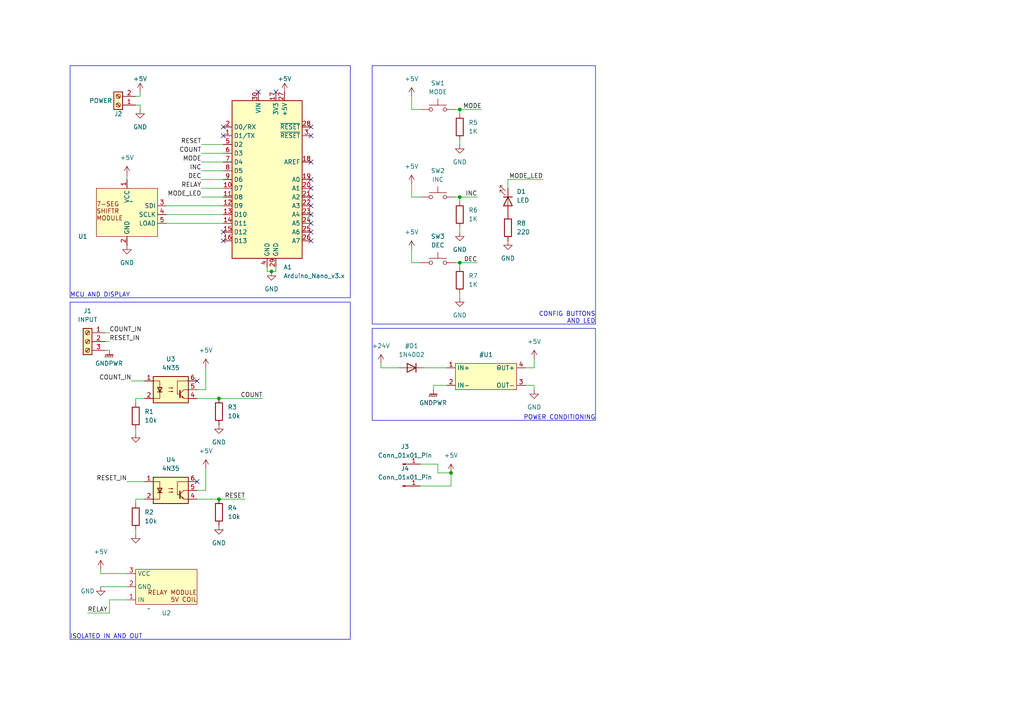
<source format=kicad_sch>
(kicad_sch (version 20230121) (generator eeschema)
  (paper "A4")
  (lib_symbols
    (symbol "Connector:Conn_01x01_Pin" (pin_names (offset 1.016) hide)
      (property "Reference" "J" (at 0 2.54 0))
      (property "Value" "Conn_01x01_Pin" (at 0 -2.54 0))
      (symbol "Conn_01x01_Pin_1_1"
        (polyline (pts (xy 1.27 0) (xy 0.8636 0)) (stroke (width 0.1524)))
        (rectangle (start 0.8636 0.127) (end 0 -0.127) (stroke (width 0.1524)) (fill (type outline)))
        (pin passive line (at 5.08 0 180) (length 3.81) (name "Pin_1") (number "1"))
      )
    )
    (symbol "Connector:Screw_Terminal_01x02" (pin_names (offset 1.016) hide)
      (property "Reference" "J" (at 0 2.54 0))
      (property "Value" "Screw_Terminal_01x02" (at 0 -5.08 0))
      (symbol "Screw_Terminal_01x02_1_1"
        (rectangle (start -1.27 1.27) (end 1.27 -3.81) (stroke (width 0.254)) (fill (type background)))
        (circle (center 0 -2.54) (radius 0.635) (stroke (width 0.1524)))
        (polyline (pts (xy -0.5334 -2.2098) (xy 0.3302 -3.048)) (stroke (width 0.1524)))
        (polyline (pts (xy -0.5334 0.3302) (xy 0.3302 -0.508)) (stroke (width 0.1524)))
        (polyline (pts (xy -0.3556 -2.032) (xy 0.508 -2.8702)) (stroke (width 0.1524)))
        (polyline (pts (xy -0.3556 0.508) (xy 0.508 -0.3302)) (stroke (width 0.1524)))
        (circle (center 0 0) (radius 0.635) (stroke (width 0.1524)))
        (pin passive line (at -5.08 0 0) (length 3.81) (name "Pin_1") (number "1"))
        (pin passive line (at -5.08 -2.54 0) (length 3.81) (name "Pin_2") (number "2"))
      )
    )
    (symbol "Connector:Screw_Terminal_01x03" (pin_names (offset 1.016) hide)
      (property "Reference" "J" (at 0 5.08 0))
      (property "Value" "Screw_Terminal_01x03" (at 0 -5.08 0))
      (symbol "Screw_Terminal_01x03_1_1"
        (rectangle (start -1.27 3.81) (end 1.27 -3.81) (stroke (width 0.254)) (fill (type background)))
        (circle (center 0 -2.54) (radius 0.635) (stroke (width 0.1524)))
        (polyline (pts (xy -0.5334 -2.2098) (xy 0.3302 -3.048)) (stroke (width 0.1524)))
        (polyline (pts (xy -0.5334 0.3302) (xy 0.3302 -0.508)) (stroke (width 0.1524)))
        (polyline (pts (xy -0.5334 2.8702) (xy 0.3302 2.032)) (stroke (width 0.1524)))
        (polyline (pts (xy -0.3556 -2.032) (xy 0.508 -2.8702)) (stroke (width 0.1524)))
        (polyline (pts (xy -0.3556 0.508) (xy 0.508 -0.3302)) (stroke (width 0.1524)))
        (polyline (pts (xy -0.3556 3.048) (xy 0.508 2.2098)) (stroke (width 0.1524)))
        (circle (center 0 0) (radius 0.635) (stroke (width 0.1524)))
        (circle (center 0 2.54) (radius 0.635) (stroke (width 0.1524)))
        (pin passive line (at -5.08 2.54 0) (length 3.81) (name "Pin_1") (number "1"))
        (pin passive line (at -5.08 0 0) (length 3.81) (name "Pin_2") (number "2"))
        (pin passive line (at -5.08 -2.54 0) (length 3.81) (name "Pin_3") (number "3"))
      )
    )
    (symbol "Custom:7SEG_MODULE"
      (property "Reference" "U" (at 3.81 5.08 0))
      (symbol "7SEG_MODULE_1_1"
        (rectangle (start -8.89 3.81) (end 8.89 -10.16) (fill (type background)))
        (text "7-SEG\nSHIFTR\nMODULE" (at 8.89 0 0) (effects (font (size 1.27 1.27)) (justify right top)))
        (pin power_in line (at 0 6.35 270) (length 2.54) (name "VCC") (number "1"))
        (pin power_in line (at 0 -12.7 90) (length 2.54) (name "GND") (number "2"))
        (pin input line (at -11.43 -1.27 0) (length 2.54) (name "SDI") (number "3"))
        (pin input line (at -11.43 -3.81 0) (length 2.54) (name "SCLK") (number "4"))
        (pin input line (at -11.43 -6.35 0) (length 2.54) (name "LOAD") (number "5"))
      )
    )
    (symbol "Custom:LM2596_MODULE"
      (property "Reference" "U" (at 0 2.54 0))
      (symbol "LM2596_MODULE_1_1"
        (rectangle (start -8.89 1.27) (end 8.89 -6.35) (fill (type background)))
        (pin power_in line (at -11.43 0 0) (length 2.54) (name "IN+") (number "1"))
        (pin power_in line (at -11.43 -5.08 0) (length 2.54) (name "IN-") (number "2"))
        (pin power_out line (at 11.43 -5.08 180) (length 2.54) (name "OUT-") (number "3"))
        (pin power_out line (at 11.43 0 180) (length 2.54) (name "OUT+") (number "4"))
      )
    )
    (symbol "Custom:RELAY_MODULE"
      (property "Reference" "U" (at 0 0 0))
      (symbol "RELAY_MODULE_1_1"
        (rectangle (start -3.81 -1.27) (end 13.97 -11.43) (fill (type background)))
        (text "RELAY MODULE\n5V COIL" (at 13.97 -1.905 0) (effects (font (size 1.27 1.27)) (justify right top)))
        (pin input line (at -6.35 -2.54 0) (length 2.54) (name "IN") (number "1"))
        (pin power_in line (at -6.35 -6.35 0) (length 2.54) (name "GND") (number "2"))
        (pin power_in line (at -6.35 -10.16 0) (length 2.54) (name "VCC") (number "3"))
      )
    )
    (symbol "Device:LED" (pin_numbers hide) (pin_names (offset 1.016) hide)
      (property "Reference" "D" (at 0 2.54 0))
      (property "Value" "LED" (at 0 -2.54 0))
      (symbol "LED_0_1"
        (polyline (pts (xy -1.27 -1.27) (xy -1.27 1.27)) (stroke (width 0.254)))
        (polyline (pts (xy -1.27 0) (xy 1.27 0)))
        (polyline (pts (xy 1.27 -1.27) (xy 1.27 1.27) (xy -1.27 0) (xy 1.27 -1.27)) (stroke (width 0.254)))
        (polyline (pts (xy -3.048 -0.762) (xy -4.572 -2.286) (xy -3.81 -2.286) (xy -4.572 -2.286) (xy -4.572 -1.524)))
        (polyline (pts (xy -1.778 -0.762) (xy -3.302 -2.286) (xy -2.54 -2.286) (xy -3.302 -2.286) (xy -3.302 -1.524)))
      )
      (symbol "LED_1_1"
        (pin passive line (at -3.81 0 0) (length 2.54) (name "K") (number "1"))
        (pin passive line (at 3.81 0 180) (length 2.54) (name "A") (number "2"))
      )
    )
    (symbol "Device:R" (pin_numbers hide) (pin_names (offset 0))
      (property "Reference" "R" (at 2.032 0 90))
      (property "Value" "R" (at 0 0 90))
      (symbol "R_0_1"
        (rectangle (start -1.016 -2.54) (end 1.016 2.54) (stroke (width 0.254)))
      )
      (symbol "R_1_1"
        (pin passive line (at 0 3.81 270) (length 1.27) (name "~") (number "1"))
        (pin passive line (at 0 -3.81 90) (length 1.27) (name "~") (number "2"))
      )
    )
    (symbol "Diode:1N4002" (pin_numbers hide) (pin_names hide)
      (property "Reference" "D" (at 0 2.54 0))
      (property "Value" "1N4002" (at 0 -2.54 0))
      (symbol "1N4002_0_1"
        (polyline (pts (xy -1.27 1.27) (xy -1.27 -1.27)) (stroke (width 0.254)))
        (polyline (pts (xy 1.27 0) (xy -1.27 0)))
        (polyline (pts (xy 1.27 1.27) (xy 1.27 -1.27) (xy -1.27 0) (xy 1.27 1.27)) (stroke (width 0.254)))
      )
      (symbol "1N4002_1_1"
        (pin passive line (at -3.81 0 0) (length 2.54) (name "K") (number "1"))
        (pin passive line (at 3.81 0 180) (length 2.54) (name "A") (number "2"))
      )
    )
    (symbol "Isolator:4N35" (pin_names (offset 1.016))
      (property "Reference" "U" (at -5.08 5.08 0))
      (property "Value" "4N35" (at 0 5.08 0))
      (symbol "4N35_0_1"
        (rectangle (start -5.08 3.81) (end 5.08 -3.81) (stroke (width 0.254)) (fill (type background)))
        (polyline (pts (xy -3.81 -0.635) (xy -2.54 -0.635)) (stroke (width 0.254)))
        (polyline (pts (xy 2.667 -1.397) (xy 3.81 -2.54)))
        (polyline (pts (xy 2.667 -1.143) (xy 3.81 0)))
        (polyline (pts (xy 3.81 -2.54) (xy 5.08 -2.54)))
        (polyline (pts (xy 3.81 0) (xy 5.08 0)))
        (polyline (pts (xy 2.667 -0.254) (xy 2.667 -2.286) (xy 2.667 -2.286)) (stroke (width 0.3556)))
        (polyline (pts (xy -5.08 -2.54) (xy -3.175 -2.54) (xy -3.175 2.54) (xy -5.08 2.54)))
        (polyline (pts (xy -3.175 -0.635) (xy -3.81 0.635) (xy -2.54 0.635) (xy -3.175 -0.635)) (stroke (width 0.254)))
        (polyline (pts (xy 3.683 -2.413) (xy 3.429 -1.905) (xy 3.175 -2.159) (xy 3.683 -2.413)))
        (polyline (pts (xy 5.08 2.54) (xy 1.905 2.54) (xy 1.905 -1.27) (xy 2.54 -1.27)))
        (polyline (pts (xy -0.635 -0.508) (xy 0.635 -0.508) (xy 0.254 -0.635) (xy 0.254 -0.381) (xy 0.635 -0.508)))
        (polyline (pts (xy -0.635 0.508) (xy 0.635 0.508) (xy 0.254 0.381) (xy 0.254 0.635) (xy 0.635 0.508)))
      )
      (symbol "4N35_1_1"
        (pin passive line (at -7.62 2.54 0) (length 2.54) (name "~") (number "1"))
        (pin passive line (at -7.62 -2.54 0) (length 2.54) (name "~") (number "2"))
        (pin no_connect line (at -5.08 0 0) (length 2.54) hide (name "NC") (number "3"))
        (pin passive line (at 7.62 -2.54 180) (length 2.54) (name "~") (number "4"))
        (pin passive line (at 7.62 0 180) (length 2.54) (name "~") (number "5"))
        (pin passive line (at 7.62 2.54 180) (length 2.54) (name "~") (number "6"))
      )
    )
    (symbol "MCU_Module:Arduino_Nano_v3.x"
      (property "Reference" "A" (at -10.16 23.495 0))
      (property "Value" "Arduino_Nano_v3.x" (at 5.08 -24.13 0))
      (symbol "Arduino_Nano_v3.x_0_1"
        (rectangle (start -10.16 22.86) (end 10.16 -22.86) (stroke (width 0.254)) (fill (type background)))
      )
      (symbol "Arduino_Nano_v3.x_1_1"
        (pin bidirectional line (at -12.7 12.7 0) (length 2.54) (name "D1/TX") (number "1"))
        (pin bidirectional line (at -12.7 -2.54 0) (length 2.54) (name "D7") (number "10"))
        (pin bidirectional line (at -12.7 -5.08 0) (length 2.54) (name "D8") (number "11"))
        (pin bidirectional line (at -12.7 -7.62 0) (length 2.54) (name "D9") (number "12"))
        (pin bidirectional line (at -12.7 -10.16 0) (length 2.54) (name "D10") (number "13"))
        (pin bidirectional line (at -12.7 -12.7 0) (length 2.54) (name "D11") (number "14"))
        (pin bidirectional line (at -12.7 -15.24 0) (length 2.54) (name "D12") (number "15"))
        (pin bidirectional line (at -12.7 -17.78 0) (length 2.54) (name "D13") (number "16"))
        (pin power_out line (at 2.54 25.4 270) (length 2.54) (name "3V3") (number "17"))
        (pin input line (at 12.7 5.08 180) (length 2.54) (name "AREF") (number "18"))
        (pin bidirectional line (at 12.7 0 180) (length 2.54) (name "A0") (number "19"))
        (pin bidirectional line (at -12.7 15.24 0) (length 2.54) (name "D0/RX") (number "2"))
        (pin bidirectional line (at 12.7 -2.54 180) (length 2.54) (name "A1") (number "20"))
        (pin bidirectional line (at 12.7 -5.08 180) (length 2.54) (name "A2") (number "21"))
        (pin bidirectional line (at 12.7 -7.62 180) (length 2.54) (name "A3") (number "22"))
        (pin bidirectional line (at 12.7 -10.16 180) (length 2.54) (name "A4") (number "23"))
        (pin bidirectional line (at 12.7 -12.7 180) (length 2.54) (name "A5") (number "24"))
        (pin bidirectional line (at 12.7 -15.24 180) (length 2.54) (name "A6") (number "25"))
        (pin bidirectional line (at 12.7 -17.78 180) (length 2.54) (name "A7") (number "26"))
        (pin power_out line (at 5.08 25.4 270) (length 2.54) (name "+5V") (number "27"))
        (pin input line (at 12.7 15.24 180) (length 2.54) (name "~{RESET}") (number "28"))
        (pin power_in line (at 2.54 -25.4 90) (length 2.54) (name "GND") (number "29"))
        (pin input line (at 12.7 12.7 180) (length 2.54) (name "~{RESET}") (number "3"))
        (pin power_in line (at -2.54 25.4 270) (length 2.54) (name "VIN") (number "30"))
        (pin power_in line (at 0 -25.4 90) (length 2.54) (name "GND") (number "4"))
        (pin bidirectional line (at -12.7 10.16 0) (length 2.54) (name "D2") (number "5"))
        (pin bidirectional line (at -12.7 7.62 0) (length 2.54) (name "D3") (number "6"))
        (pin bidirectional line (at -12.7 5.08 0) (length 2.54) (name "D4") (number "7"))
        (pin bidirectional line (at -12.7 2.54 0) (length 2.54) (name "D5") (number "8"))
        (pin bidirectional line (at -12.7 0 0) (length 2.54) (name "D6") (number "9"))
      )
    )
    (symbol "Switch:SW_Push" (pin_numbers hide) (pin_names (offset 1.016) hide)
      (property "Reference" "SW" (at 1.27 2.54 0))
      (property "Value" "SW_Push" (at 0 -1.524 0))
      (symbol "SW_Push_0_1"
        (circle (center -2.032 0) (radius 0.508))
        (polyline (pts (xy 0 1.27) (xy 0 3.048)))
        (polyline (pts (xy 2.54 1.27) (xy -2.54 1.27)))
        (circle (center 2.032 0) (radius 0.508))
        (pin passive line (at -5.08 0 0) (length 2.54) (name "1") (number "1"))
        (pin passive line (at 5.08 0 180) (length 2.54) (name "2") (number "2"))
      )
    )
    (symbol "power:+24V" (power) (pin_names (offset 0))
      (property "Value" "+24V" (at 0 3.556 0))
      (symbol "+24V_0_1"
        (polyline (pts (xy -0.762 1.27) (xy 0 2.54)))
        (polyline (pts (xy 0 0) (xy 0 2.54)))
        (polyline (pts (xy 0 2.54) (xy 0.762 1.27)))
      )
      (symbol "+24V_1_1"
        (pin power_in line (at 0 0 90) (length 0) hide (name "+24V") (number "1"))
      )
    )
    (symbol "power:+5V" (power) (pin_names (offset 0))
      (property "Value" "+5V" (at 0 3.556 0))
      (symbol "+5V_0_1"
        (polyline (pts (xy -0.762 1.27) (xy 0 2.54)))
        (polyline (pts (xy 0 0) (xy 0 2.54)))
        (polyline (pts (xy 0 2.54) (xy 0.762 1.27)))
      )
      (symbol "+5V_1_1"
        (pin power_in line (at 0 0 90) (length 0) hide (name "+5V") (number "1"))
      )
    )
    (symbol "power:GND" (power) (pin_names (offset 0))
      (property "Value" "GND" (at 0 -3.81 0))
      (symbol "GND_0_1"
        (polyline (pts (xy 0 0) (xy 0 -1.27) (xy 1.27 -1.27) (xy 0 -2.54) (xy -1.27 -1.27) (xy 0 -1.27)))
      )
      (symbol "GND_1_1"
        (pin power_in line (at 0 0 270) (length 0) hide (name "GND") (number "1"))
      )
    )
    (symbol "power:GNDPWR" (power) (pin_names (offset 0))
      (property "Value" "GNDPWR" (at 0 -3.302 0))
      (symbol "GNDPWR_0_1"
        (polyline (pts (xy 0 -1.27) (xy 0 0)))
        (polyline (pts (xy -1.016 -1.27) (xy -1.27 -2.032) (xy -1.27 -2.032)) (stroke (width 0.2032)))
        (polyline (pts (xy -0.508 -1.27) (xy -0.762 -2.032) (xy -0.762 -2.032)) (stroke (width 0.2032)))
        (polyline (pts (xy 0 -1.27) (xy -0.254 -2.032) (xy -0.254 -2.032)) (stroke (width 0.2032)))
        (polyline (pts (xy 0.508 -1.27) (xy 0.254 -2.032) (xy 0.254 -2.032)) (stroke (width 0.2032)))
        (polyline (pts (xy 1.016 -1.27) (xy -1.016 -1.27) (xy -1.016 -1.27)) (stroke (width 0.2032)))
        (polyline (pts (xy 1.016 -1.27) (xy 0.762 -2.032) (xy 0.762 -2.032) (xy 0.762 -2.032)) (stroke (width 0.2032)))
      )
      (symbol "GNDPWR_1_1"
        (pin power_in line (at 0 0 270) (length 0) hide (name "GNDPWR") (number "1"))
      )
    )
  )
  (junction (at 133.35 31.75))
  (junction (at 133.35 76.2))
  (junction (at 78.74 78.74))
  (junction (at 130.81 137.16))
  (junction (at 63.5 144.78))
  (junction (at 133.35 57.15))
  (junction (at 63.5 115.57))
  (no_connect (at 90.17 67.31))
  (no_connect (at 90.17 39.37))
  (no_connect (at 64.77 67.31))
  (no_connect (at 57.15 110.49))
  (no_connect (at 64.77 39.37))
  (no_connect (at 64.77 69.85))
  (no_connect (at 90.17 57.15))
  (no_connect (at 90.17 36.83))
  (no_connect (at 64.77 36.83))
  (no_connect (at 90.17 62.23))
  (no_connect (at 90.17 59.69))
  (no_connect (at 90.17 69.85))
  (no_connect (at 57.15 139.7))
  (no_connect (at 74.93 26.67))
  (no_connect (at 80.01 26.67))
  (no_connect (at 90.17 54.61))
  (no_connect (at 90.17 46.99))
  (no_connect (at 90.17 64.77))
  (no_connect (at 90.17 52.07))
  (wire (pts (xy 125.73 113.03) (xy 125.73 111.76)))
  (wire (pts (xy 58.42 52.07) (xy 64.77 52.07)))
  (wire (pts (xy 39.37 153.67) (xy 39.37 154.94)))
  (wire (pts (xy 39.37 115.57) (xy 41.91 115.57)))
  (wire (pts (xy 29.21 170.18) (xy 36.83 170.18)))
  (wire (pts (xy 121.92 76.2) (xy 119.38 76.2)))
  (wire (pts (xy 31.75 173.99) (xy 36.83 173.99)))
  (wire (pts (xy 48.26 62.23) (xy 64.77 62.23)))
  (wire (pts (xy 127 134.62) (xy 127 137.16)))
  (wire (pts (xy 121.92 57.15) (xy 119.38 57.15)))
  (wire (pts (xy 115.57 106.68) (xy 110.49 106.68)))
  (wire (pts (xy 80.01 77.47) (xy 80.01 78.74)))
  (wire (pts (xy 77.47 77.47) (xy 77.47 78.74)))
  (wire (pts (xy 59.69 135.89) (xy 59.69 142.24)))
  (wire (pts (xy 58.42 49.53) (xy 64.77 49.53)))
  (wire (pts (xy 133.35 66.04) (xy 133.35 67.31)))
  (wire (pts (xy 57.15 113.03) (xy 59.69 113.03)))
  (wire (pts (xy 58.42 54.61) (xy 64.77 54.61)))
  (wire (pts (xy 119.38 57.15) (xy 119.38 53.34)))
  (wire (pts (xy 133.35 57.15) (xy 132.08 57.15)))
  (wire (pts (xy 133.35 33.02) (xy 133.35 31.75)))
  (wire (pts (xy 133.35 31.75) (xy 139.7 31.75)))
  (wire (pts (xy 80.01 78.74) (xy 78.74 78.74)))
  (wire (pts (xy 63.5 144.78) (xy 71.12 144.78)))
  (wire (pts (xy 58.42 41.91) (xy 64.77 41.91)))
  (wire (pts (xy 152.4 106.68) (xy 154.94 106.68)))
  (wire (pts (xy 154.94 106.68) (xy 154.94 104.14)))
  (wire (pts (xy 152.4 111.76) (xy 154.94 111.76)))
  (wire (pts (xy 133.35 40.64) (xy 133.35 41.91)))
  (wire (pts (xy 31.75 177.8) (xy 25.4 177.8)))
  (wire (pts (xy 133.35 76.2) (xy 138.43 76.2)))
  (wire (pts (xy 119.38 76.2) (xy 119.38 72.39)))
  (wire (pts (xy 125.73 111.76) (xy 129.54 111.76)))
  (wire (pts (xy 59.69 106.68) (xy 59.69 113.03)))
  (wire (pts (xy 48.26 64.77) (xy 64.77 64.77)))
  (wire (pts (xy 130.81 140.97) (xy 130.81 137.16)))
  (wire (pts (xy 133.35 76.2) (xy 132.08 76.2)))
  (wire (pts (xy 121.92 134.62) (xy 127 134.62)))
  (wire (pts (xy 58.42 57.15) (xy 64.77 57.15)))
  (wire (pts (xy 31.75 177.8) (xy 31.75 173.99)))
  (wire (pts (xy 127 137.16) (xy 130.81 137.16)))
  (wire (pts (xy 40.64 30.48) (xy 40.64 31.75)))
  (wire (pts (xy 57.15 115.57) (xy 63.5 115.57)))
  (wire (pts (xy 57.15 144.78) (xy 63.5 144.78)))
  (wire (pts (xy 48.26 59.69) (xy 64.77 59.69)))
  (wire (pts (xy 58.42 46.99) (xy 64.77 46.99)))
  (wire (pts (xy 31.75 99.06) (xy 30.48 99.06)))
  (wire (pts (xy 147.32 52.07) (xy 147.32 54.61)))
  (wire (pts (xy 39.37 27.94) (xy 40.64 27.94)))
  (wire (pts (xy 133.35 77.47) (xy 133.35 76.2)))
  (wire (pts (xy 121.92 31.75) (xy 119.38 31.75)))
  (wire (pts (xy 133.35 85.09) (xy 133.35 86.36)))
  (wire (pts (xy 38.1 110.49) (xy 41.91 110.49)))
  (wire (pts (xy 39.37 115.57) (xy 39.37 116.84)))
  (wire (pts (xy 154.94 111.76) (xy 154.94 113.03)))
  (wire (pts (xy 36.83 52.07) (xy 36.83 50.8)))
  (wire (pts (xy 133.35 58.42) (xy 133.35 57.15)))
  (wire (pts (xy 110.49 106.68) (xy 110.49 105.41)))
  (wire (pts (xy 39.37 144.78) (xy 41.91 144.78)))
  (wire (pts (xy 36.83 166.37) (xy 29.21 166.37)))
  (wire (pts (xy 39.37 124.46) (xy 39.37 125.73)))
  (wire (pts (xy 63.5 115.57) (xy 76.2 115.57)))
  (wire (pts (xy 31.75 101.6) (xy 30.48 101.6)))
  (wire (pts (xy 123.19 106.68) (xy 129.54 106.68)))
  (wire (pts (xy 36.83 139.7) (xy 41.91 139.7)))
  (wire (pts (xy 121.92 140.97) (xy 130.81 140.97)))
  (wire (pts (xy 157.48 52.07) (xy 147.32 52.07)))
  (wire (pts (xy 133.35 57.15) (xy 138.43 57.15)))
  (wire (pts (xy 58.42 44.45) (xy 64.77 44.45)))
  (wire (pts (xy 29.21 166.37) (xy 29.21 165.1)))
  (wire (pts (xy 31.75 96.52) (xy 30.48 96.52)))
  (wire (pts (xy 40.64 27.94) (xy 40.64 26.67)))
  (wire (pts (xy 39.37 144.78) (xy 39.37 146.05)))
  (wire (pts (xy 133.35 31.75) (xy 132.08 31.75)))
  (wire (pts (xy 119.38 31.75) (xy 119.38 27.94)))
  (wire (pts (xy 39.37 30.48) (xy 40.64 30.48)))
  (wire (pts (xy 57.15 142.24) (xy 59.69 142.24)))
  (wire (pts (xy 78.74 78.74) (xy 77.47 78.74)))
  (rectangle (start 20.32 87.63) (end 101.6 185.42))
  (rectangle (start 20.32 19.05) (end 101.6 86.36))
  (rectangle (start 107.95 95.25) (end 172.72 121.92))
  (rectangle (start 107.95 19.05) (end 172.72 93.98))
  (text "MCU AND DISPLAY" (at 20.32 86.36 0) (effects (font (size 1.27 1.27)) (justify left bottom)))
  (text "CONFIG BUTTONS\nAND LED" (at 172.72 93.98 0) (effects (font (size 1.27 1.27)) (justify right bottom)))
  (text "POWER CONDITIONING" (at 172.72 121.92 0) (effects (font (size 1.27 1.27)) (justify right bottom)))
  (text "ISOLATED IN AND OUT" (at 20.32 185.42 0) (effects (font (size 1.27 1.27)) (justify left bottom)))
  (label "RELAY" (at 25.4 177.8 0))
  (label "RELAY" (at 58.42 54.61 180))
  (label "COUNT_IN" (at 31.75 96.52 0))
  (label "MODE" (at 58.42 46.99 180))
  (label "COUNT" (at 76.2 115.57 180))
  (label "RESET_IN" (at 31.75 99.06 0))
  (label "MODE_LED" (at 58.42 57.15 180))
  (label "MODE" (at 139.7 31.75 180))
  (label "RESET" (at 71.12 144.78 180))
  (label "RESET" (at 58.42 41.91 180))
  (label "DEC" (at 138.43 76.2 180))
  (label "MODE_LED" (at 157.48 52.07 180))
  (label "COUNT" (at 58.42 44.45 180))
  (label "DEC" (at 58.42 52.07 180))
  (label "COUNT_IN" (at 38.1 110.49 180))
  (label "INC" (at 58.42 49.53 180))
  (label "RESET_IN" (at 36.83 139.7 180))
  (label "INC" (at 138.43 57.15 180))
  (symbol (lib_id "power:GND") (at 133.35 41.91 0) (unit 1)
    (property "Reference" "#PWR021" (effects hide))
    (property "Value" "GND" (at 133.35 46.99 0))
  )
  (symbol (lib_id "Switch:SW_Push") (at 127 57.15 0) (unit 1)
    (property "Reference" "SW2" (at 127 49.53 0))
    (property "Value" "INC" (at 127 52.07 0))
    (property "Footprint" "Connector_PinHeader_2.54mm:PinHeader_1x02_P2.54mm_Vertical" (effects hide))
  )
  (symbol (lib_id "power:GNDPWR") (at 125.73 113.03 0) (unit 1)
    (property "Reference" "#PWR019" (effects hide))
    (property "Value" "GND" (at 125.603 116.84 0))
  )
  (symbol (lib_id "Device:R") (at 133.35 81.28 0) (unit 1)
    (property "Reference" "R7" (at 135.89 80.01 0) (effects (justify left)))
    (property "Value" "1K" (at 135.89 82.55 0) (effects (justify left)))
    (property "Footprint" "Resistor_THT:R_Axial_DIN0207_L6.3mm_D2.5mm_P10.16mm_Horizontal" (effects hide))
  )
  (symbol (lib_id "Custom:RELAY_MODULE") (at 43.18 176.53 0) (mirror x) (unit 1)
    (property "Reference" "U2" (at 48.26 177.8 0))
    (property "Value" "~" (at 43.18 176.53 0))
    (property "Footprint" "Connector_PinHeader_2.54mm:PinHeader_1x03_P2.54mm_Vertical" (effects hide))
  )
  (symbol (lib_id "power:GND") (at 78.74 78.74 0) (unit 1)
    (property "Reference" "#PWR013" (effects hide))
    (property "Value" "GND" (at 78.74 83.82 0))
  )
  (symbol (lib_id "power:+5V") (at 29.21 165.1 0) (unit 1)
    (property "Reference" "#PWR01" (effects hide))
    (property "Value" "+5V" (at 29.21 160.02 0))
  )
  (symbol (lib_id "Device:R") (at 63.5 148.59 0) (unit 1)
    (property "Reference" "R4" (at 66.04 147.32 0) (effects (justify left)))
    (property "Value" "10k" (at 66.04 149.86 0) (effects (justify left)))
    (property "Footprint" "Resistor_THT:R_Axial_DIN0207_L6.3mm_D2.5mm_P10.16mm_Horizontal" (effects hide))
  )
  (symbol (lib_id "power:+5V") (at 130.81 137.16 0) (unit 1)
    (property "Reference" "#PWR020" (effects hide))
    (property "Value" "+5V" (at 130.81 132.08 0))
  )
  (symbol (lib_id "power:GND") (at 154.94 113.03 0) (unit 1)
    (property "Reference" "#PWR026" (effects hide))
    (property "Value" "GND" (at 154.94 118.11 0))
  )
  (symbol (lib_id "Connector:Conn_01x01_Pin") (at 116.84 140.97 0) (unit 1)
    (property "Reference" "J4" (at 117.475 135.89 0))
    (property "Value" "Conn_01x01_Pin" (at 117.475 138.43 0))
    (property "Footprint" "Connector_Pin:Pin_D1.3mm_L11.3mm_W2.8mm_Flat" (effects hide))
  )
  (symbol (lib_id "power:+5V") (at 119.38 53.34 0) (unit 1)
    (property "Reference" "#PWR017" (effects hide))
    (property "Value" "+5V" (at 119.38 48.26 0))
  )
  (symbol (lib_id "power:GND") (at 29.21 170.18 0) (unit 1)
    (property "Reference" "#PWR02" (effects hide))
    (property "Value" "GND" (at 25.4 171.45 0))
  )
  (symbol (lib_id "Isolator:4N35") (at 49.53 142.24 0) (unit 1)
    (property "Reference" "U4" (at 49.53 133.35 0))
    (property "Value" "4N35" (at 49.53 135.89 0))
    (property "Footprint" "Package_DIP:DIP-6_W7.62mm_Socket" (effects hide))
    (property "Datasheet" "https://www.vishay.com/docs/81181/4n35.pdf" (effects hide))
  )
  (symbol (lib_id "Connector:Screw_Terminal_01x03") (at 25.4 99.06 0) (mirror y) (unit 1)
    (property "Reference" "J1" (at 25.4 90.17 0))
    (property "Value" "INPUT" (at 25.4 92.71 0))
    (property "Footprint" "TerminalBlock:TerminalBlock_bornier-3_P5.08mm" (effects hide))
  )
  (symbol (lib_id "power:GND") (at 133.35 86.36 0) (unit 1)
    (property "Reference" "#PWR023" (effects hide))
    (property "Value" "GND" (at 133.35 91.44 0))
  )
  (symbol (lib_id "power:+5V") (at 59.69 135.89 0) (unit 1)
    (property "Reference" "#PWR010" (effects hide))
    (property "Value" "+5V" (at 59.69 130.81 0))
  )
  (symbol (lib_id "power:GND") (at 133.35 67.31 0) (unit 1)
    (property "Reference" "#PWR022" (effects hide))
    (property "Value" "GND" (at 133.35 72.39 0))
  )
  (symbol (lib_id "power:GND") (at 39.37 154.94 0) (unit 1)
    (property "Reference" "#PWR06" (effects hide))
    (property "Value" "GND" (effects hide))
  )
  (symbol (lib_id "power:+5V") (at 119.38 27.94 0) (unit 1)
    (property "Reference" "#PWR016" (effects hide))
    (property "Value" "+5V" (at 119.38 22.86 0))
  )
  (symbol (lib_id "MCU_Module:Arduino_Nano_v3.x") (at 77.47 52.07 0) (unit 1)
    (property "Reference" "A1" (at 82.2041 77.47 0) (effects (justify left)))
    (property "Value" "Arduino_Nano_v3.x" (at 82.2041 80.01 0) (effects (justify left)))
    (property "Footprint" "Module:Arduino_Nano" (effects hide))
    (property "Datasheet" "http://www.mouser.com/pdfdocs/Gravitech_Arduino_Nano3_0.pdf" (effects hide))
  )
  (symbol (lib_id "power:+5V") (at 154.94 104.14 0) (unit 1)
    (property "Reference" "#PWR025" (effects hide))
    (property "Value" "+5V" (at 154.94 99.06 0))
  )
  (symbol (lib_id "power:GND") (at 39.37 125.73 0) (unit 1)
    (property "Reference" "#PWR05" (effects hide))
    (property "Value" "GND" (effects hide))
  )
  (symbol (lib_id "power:GND") (at 63.5 152.4 0) (unit 1)
    (property "Reference" "#PWR012" (effects hide))
    (property "Value" "GND" (at 63.5 157.48 0))
  )
  (symbol (lib_id "power:GND") (at 63.5 123.19 0) (unit 1)
    (property "Reference" "#PWR011" (effects hide))
    (property "Value" "GND" (at 63.5 128.27 0))
  )
  (symbol (lib_id "power:+5V") (at 36.83 50.8 0) (mirror y) (unit 1)
    (property "Reference" "#PWR03" (effects hide))
    (property "Value" "+5V" (at 36.83 45.72 0))
  )
  (symbol (lib_id "Device:R") (at 63.5 119.38 0) (unit 1)
    (property "Reference" "R3" (at 66.04 118.11 0) (effects (justify left)))
    (property "Value" "10k" (at 66.04 120.65 0) (effects (justify left)))
    (property "Footprint" "Resistor_THT:R_Axial_DIN0207_L6.3mm_D2.5mm_P10.16mm_Horizontal" (effects hide))
  )
  (symbol (lib_id "Switch:SW_Push") (at 127 76.2 0) (unit 1)
    (property "Reference" "SW3" (at 127 68.58 0))
    (property "Value" "DEC" (at 127 71.12 0))
    (property "Footprint" "Connector_PinHeader_2.54mm:PinHeader_1x02_P2.54mm_Vertical" (effects hide))
  )
  (symbol (lib_id "Connector:Screw_Terminal_01x02") (at 34.29 30.48 180) (unit 1)
    (property "Reference" "J2" (at 34.29 33.02 0))
    (property "Value" "POWER" (at 29.21 29.21 0))
    (property "Footprint" "TerminalBlock:TerminalBlock_bornier-2_P5.08mm" (effects hide))
  )
  (symbol (lib_id "Custom:LM2596_MODULE") (at 140.97 106.68 0) (unit 1)
    (property "Reference" "#U1" (at 140.97 102.87 0))
    (property "Value" "~" (at 144.78 106.68 0))
  )
  (symbol (lib_id "power:+24V") (at 110.49 105.41 0) (unit 1)
    (property "Reference" "#PWR015" (effects hide))
    (property "Value" "+24V" (at 110.49 100.33 0))
  )
  (symbol (lib_id "power:+5V") (at 40.64 26.67 0) (unit 1)
    (property "Reference" "#PWR07" (effects hide))
    (property "Value" "+5V" (at 40.64 22.86 0))
  )
  (symbol (lib_id "Device:R") (at 133.35 36.83 0) (unit 1)
    (property "Reference" "R5" (at 135.89 35.56 0) (effects (justify left)))
    (property "Value" "1K" (at 135.89 38.1 0) (effects (justify left)))
    (property "Footprint" "Resistor_THT:R_Axial_DIN0207_L6.3mm_D2.5mm_P10.16mm_Horizontal" (effects hide))
  )
  (symbol (lib_id "Device:LED") (at 147.32 58.42 270) (unit 1)
    (property "Reference" "D1" (at 149.86 55.5625 90) (effects (justify left)))
    (property "Value" "LED" (at 149.86 58.1025 90) (effects (justify left)))
    (property "Footprint" "Connector_PinHeader_2.54mm:PinHeader_1x02_P2.54mm_Vertical" (effects hide))
  )
  (symbol (lib_id "Device:R") (at 39.37 149.86 0) (unit 1)
    (property "Reference" "R2" (at 41.91 148.59 0) (effects (justify left)))
    (property "Value" "10k" (at 41.91 151.13 0) (effects (justify left)))
    (property "Footprint" "Resistor_THT:R_Axial_DIN0207_L6.3mm_D2.5mm_P10.16mm_Horizontal" (effects hide))
  )
  (symbol (lib_id "Device:R") (at 133.35 62.23 0) (unit 1)
    (property "Reference" "R6" (at 135.89 60.96 0) (effects (justify left)))
    (property "Value" "1K" (at 135.89 63.5 0) (effects (justify left)))
    (property "Footprint" "Resistor_THT:R_Axial_DIN0207_L6.3mm_D2.5mm_P10.16mm_Horizontal" (effects hide))
  )
  (symbol (lib_id "power:GND") (at 36.83 71.12 0) (mirror y) (unit 1)
    (property "Reference" "#PWR04" (effects hide))
    (property "Value" "GND" (at 36.83 76.2 0))
  )
  (symbol (lib_id "Isolator:4N35") (at 49.53 113.03 0) (unit 1)
    (property "Reference" "U3" (at 49.53 104.14 0))
    (property "Value" "4N35" (at 49.53 106.68 0))
    (property "Footprint" "Package_DIP:DIP-6_W7.62mm_Socket" (effects hide))
    (property "Datasheet" "https://www.vishay.com/docs/81181/4n35.pdf" (effects hide))
  )
  (symbol (lib_id "Switch:SW_Push") (at 127 31.75 0) (unit 1)
    (property "Reference" "SW1" (at 127 24.13 0))
    (property "Value" "MODE" (at 127 26.67 0))
    (property "Footprint" "Connector_PinHeader_2.54mm:PinHeader_1x02_P2.54mm_Vertical" (effects hide))
  )
  (symbol (lib_id "Device:R") (at 39.37 120.65 0) (unit 1)
    (property "Reference" "R1" (at 41.91 119.38 0) (effects (justify left)))
    (property "Value" "10k" (at 41.91 121.92 0) (effects (justify left)))
    (property "Footprint" "Resistor_THT:R_Axial_DIN0207_L6.3mm_D2.5mm_P10.16mm_Horizontal" (effects hide))
  )
  (symbol (lib_id "power:GND") (at 40.64 31.75 0) (unit 1)
    (property "Reference" "#PWR08" (effects hide))
    (property "Value" "GND" (at 40.64 36.83 0))
  )
  (symbol (lib_id "power:+5V") (at 119.38 72.39 0) (unit 1)
    (property "Reference" "#PWR018" (effects hide))
    (property "Value" "+5V" (at 119.38 67.31 0))
  )
  (symbol (lib_id "Connector:Conn_01x01_Pin") (at 116.84 134.62 0) (unit 1)
    (property "Reference" "J3" (at 117.475 129.54 0))
    (property "Value" "Conn_01x01_Pin" (at 117.475 132.08 0))
    (property "Footprint" "Connector_Pin:Pin_D1.3mm_L11.3mm_W2.8mm_Flat" (effects hide))
  )
  (symbol (lib_id "power:+5V") (at 82.55 26.67 0) (unit 1)
    (property "Reference" "#PWR014" (effects hide))
    (property "Value" "+5V" (at 82.55 22.86 0))
  )
  (symbol (lib_id "Custom:7SEG_MODULE") (at 36.83 58.42 0) (mirror y) (unit 1)
    (property "Reference" "U1" (at 25.4 68.58 0) (effects (justify left)))
    (property "Value" "~" (at 38.1 58.42 0))
    (property "Footprint" "Connector_PinHeader_2.54mm:PinHeader_1x05_P2.54mm_Vertical" (effects hide))
  )
  (symbol (lib_id "power:+5V") (at 59.69 106.68 0) (unit 1)
    (property "Reference" "#PWR09" (effects hide))
    (property "Value" "+5V" (at 59.69 101.6 0))
  )
  (symbol (lib_id "Diode:1N4002") (at 119.38 106.68 0) (mirror y) (unit 1)
    (property "Reference" "#D1" (at 119.38 100.33 0))
    (property "Value" "1N4002" (at 119.38 102.87 0))
    (property "Footprint" "Diode_THT:D_DO-41_SOD81_P10.16mm_Horizontal" (effects hide))
    (property "Datasheet" "http://www.vishay.com/docs/88503/1n4001.pdf" (effects hide))
    (property "Sim.Device" "D" (effects hide))
    (property "Sim.Pins" "1=K 2=A" (effects hide))
  )
  (symbol (lib_id "Device:R") (at 147.32 66.04 0) (unit 1)
    (property "Reference" "R8" (at 149.86 64.77 0) (effects (justify left)))
    (property "Value" "220" (at 149.86 67.31 0) (effects (justify left)))
    (property "Footprint" "Resistor_THT:R_Axial_DIN0207_L6.3mm_D2.5mm_P10.16mm_Horizontal" (effects hide))
  )
  (symbol (lib_id "power:GND") (at 147.32 69.85 0) (unit 1)
    (property "Reference" "#PWR024" (effects hide))
    (property "Value" "GND" (at 147.32 74.93 0))
  )
  (symbol (lib_id "power:GNDPWR") (at 31.75 101.6 0) (unit 1)
    (property "Reference" "#PWR027" (effects hide))
    (property "Value" "GND" (at 31.623 105.41 0))
  )
)
</source>
